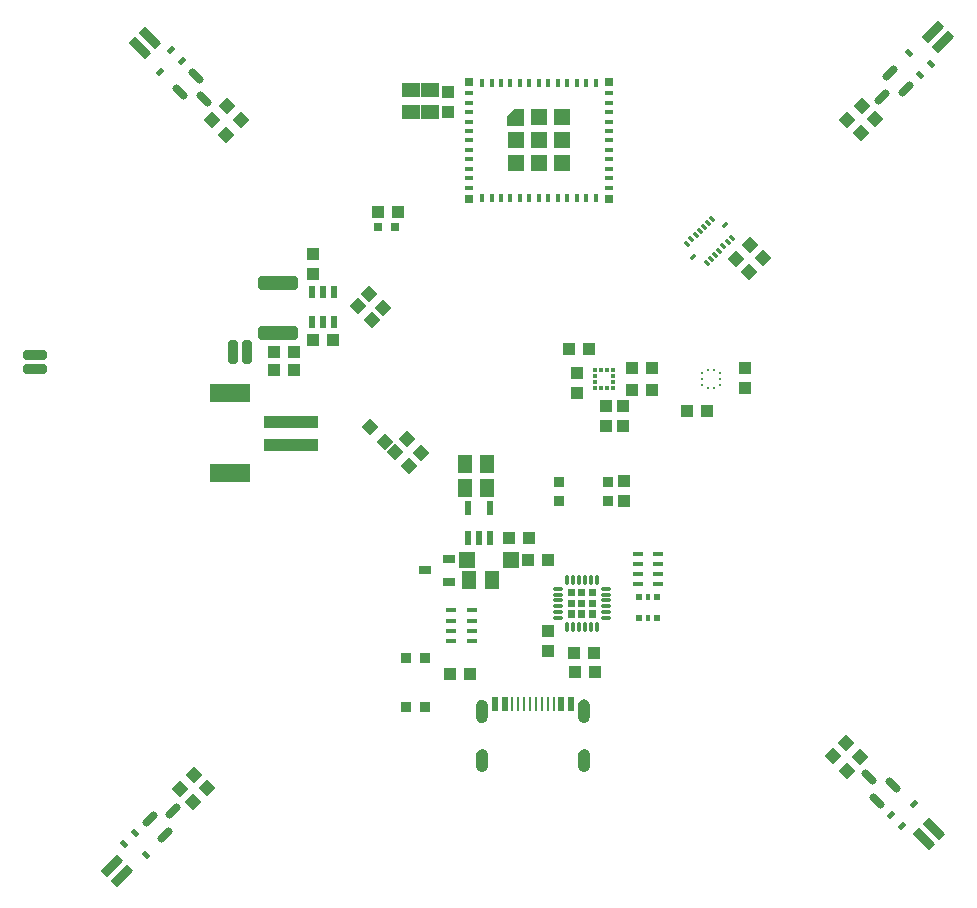
<source format=gbr>
%TF.GenerationSoftware,KiCad,Pcbnew,6.0.9-8da3e8f707~117~ubuntu20.04.1*%
%TF.CreationDate,2022-12-05T22:16:00+00:00*%
%TF.ProjectId,drone,64726f6e-652e-46b6-9963-61645f706362,rev?*%
%TF.SameCoordinates,Original*%
%TF.FileFunction,Paste,Top*%
%TF.FilePolarity,Positive*%
%FSLAX46Y46*%
G04 Gerber Fmt 4.6, Leading zero omitted, Abs format (unit mm)*
G04 Created by KiCad (PCBNEW 6.0.9-8da3e8f707~117~ubuntu20.04.1) date 2022-12-05 22:16:00*
%MOMM*%
%LPD*%
G01*
G04 APERTURE LIST*
G04 Aperture macros list*
%AMRoundRect*
0 Rectangle with rounded corners*
0 $1 Rounding radius*
0 $2 $3 $4 $5 $6 $7 $8 $9 X,Y pos of 4 corners*
0 Add a 4 corners polygon primitive as box body*
4,1,4,$2,$3,$4,$5,$6,$7,$8,$9,$2,$3,0*
0 Add four circle primitives for the rounded corners*
1,1,$1+$1,$2,$3*
1,1,$1+$1,$4,$5*
1,1,$1+$1,$6,$7*
1,1,$1+$1,$8,$9*
0 Add four rect primitives between the rounded corners*
20,1,$1+$1,$2,$3,$4,$5,0*
20,1,$1+$1,$4,$5,$6,$7,0*
20,1,$1+$1,$6,$7,$8,$9,0*
20,1,$1+$1,$8,$9,$2,$3,0*%
%AMRotRect*
0 Rectangle, with rotation*
0 The origin of the aperture is its center*
0 $1 length*
0 $2 width*
0 $3 Rotation angle, in degrees counterclockwise*
0 Add horizontal line*
21,1,$1,$2,0,0,$3*%
G04 Aperture macros list end*
%ADD10R,4.600000X1.000000*%
%ADD11R,3.400000X1.600000*%
%ADD12RoundRect,0.250000X-1.450000X0.312500X-1.450000X-0.312500X1.450000X-0.312500X1.450000X0.312500X0*%
%ADD13R,1.500000X1.240000*%
%ADD14RotRect,1.075000X1.000000X315.000000*%
%ADD15R,0.550000X1.200000*%
%ADD16RotRect,1.075000X1.000000X135.000000*%
%ADD17RoundRect,0.200000X-0.800000X-0.200000X0.800000X-0.200000X0.800000X0.200000X-0.800000X0.200000X0*%
%ADD18R,1.075000X1.000000*%
%ADD19RotRect,0.450000X0.700000X45.000000*%
%ADD20R,1.240000X1.500000*%
%ADD21RotRect,0.450000X0.700000X135.000000*%
%ADD22R,0.900000X0.450000*%
%ADD23RotRect,1.075000X1.000000X45.000000*%
%ADD24RoundRect,0.200000X0.200000X-0.800000X0.200000X0.800000X-0.200000X0.800000X-0.200000X-0.800000X0*%
%ADD25RoundRect,0.200000X0.707107X-0.424264X-0.424264X0.707107X-0.707107X0.424264X0.424264X-0.707107X0*%
%ADD26R,1.000000X1.075000*%
%ADD27RoundRect,0.150000X-0.309359X-0.521491X0.521491X0.309359X0.309359X0.521491X-0.521491X-0.309359X0*%
%ADD28R,1.016000X0.635000*%
%ADD29R,0.900000X0.900000*%
%ADD30RotRect,0.450000X0.700000X225.000000*%
%ADD31RotRect,1.075000X1.000000X225.000000*%
%ADD32RoundRect,0.200000X-0.707107X0.424264X0.424264X-0.707107X0.707107X-0.424264X-0.424264X0.707107X0*%
%ADD33R,0.500000X0.500000*%
%ADD34R,0.400000X0.500000*%
%ADD35RoundRect,0.200000X0.424264X0.707107X-0.707107X-0.424264X-0.424264X-0.707107X0.707107X0.424264X0*%
%ADD36RoundRect,0.070000X0.330000X0.070000X-0.330000X0.070000X-0.330000X-0.070000X0.330000X-0.070000X0*%
%ADD37RoundRect,0.070000X0.070000X-0.330000X0.070000X0.330000X-0.070000X0.330000X-0.070000X-0.330000X0*%
%ADD38RoundRect,0.070000X-0.330000X-0.070000X0.330000X-0.070000X0.330000X0.070000X-0.330000X0.070000X0*%
%ADD39RoundRect,0.070000X-0.070000X0.330000X-0.070000X-0.330000X0.070000X-0.330000X0.070000X0.330000X0*%
%ADD40RotRect,0.450000X0.700000X315.000000*%
%ADD41R,0.550000X1.050000*%
%ADD42R,0.800000X0.400000*%
%ADD43R,0.400000X0.800000*%
%ADD44R,1.450000X1.450000*%
%ADD45R,0.700000X0.700000*%
%ADD46R,0.250000X0.275000*%
%ADD47R,0.275000X0.250000*%
%ADD48R,0.800000X0.800000*%
%ADD49R,0.575000X1.150000*%
%ADD50R,0.275000X1.150000*%
%ADD51RoundRect,0.150000X-0.521491X0.309359X0.309359X-0.521491X0.521491X-0.309359X-0.309359X0.521491X0*%
%ADD52RoundRect,0.200000X-0.424264X-0.707107X0.707107X0.424264X0.424264X0.707107X-0.707107X-0.424264X0*%
%ADD53RoundRect,0.150000X0.521491X-0.309359X-0.309359X0.521491X-0.521491X0.309359X0.309359X-0.521491X0*%
%ADD54R,0.300000X0.350000*%
%ADD55R,0.350000X0.300000*%
%ADD56RoundRect,0.150000X0.309359X0.521491X-0.521491X-0.309359X-0.309359X-0.521491X0.521491X0.309359X0*%
%ADD57R,1.400000X1.400000*%
%ADD58RotRect,0.590000X0.350000X225.000000*%
%ADD59RotRect,0.590000X0.350000X315.000000*%
%ADD60RotRect,0.590000X0.350000X45.000000*%
%ADD61RotRect,0.590000X0.350000X135.000000*%
G04 APERTURE END LIST*
%TO.C,IC3*%
G36*
X107600000Y-110600000D02*
G01*
X107000000Y-110600000D01*
X107000000Y-110000000D01*
X107600000Y-110000000D01*
X107600000Y-110600000D01*
G37*
G36*
X106700000Y-109700000D02*
G01*
X106100000Y-109700000D01*
X106100000Y-109100000D01*
X106700000Y-109100000D01*
X106700000Y-109700000D01*
G37*
G36*
X105800000Y-108800000D02*
G01*
X105200000Y-108800000D01*
X105200000Y-108200000D01*
X105800000Y-108200000D01*
X105800000Y-108800000D01*
G37*
G36*
X107600000Y-109700000D02*
G01*
X107000000Y-109700000D01*
X107000000Y-109100000D01*
X107600000Y-109100000D01*
X107600000Y-109700000D01*
G37*
G36*
X105800000Y-110600000D02*
G01*
X105200000Y-110600000D01*
X105200000Y-110000000D01*
X105800000Y-110000000D01*
X105800000Y-110600000D01*
G37*
G36*
X106700000Y-110600000D02*
G01*
X106100000Y-110600000D01*
X106100000Y-110000000D01*
X106700000Y-110000000D01*
X106700000Y-110600000D01*
G37*
G36*
X106700000Y-108800000D02*
G01*
X106100000Y-108800000D01*
X106100000Y-108200000D01*
X106700000Y-108200000D01*
X106700000Y-108800000D01*
G37*
G36*
X107600000Y-108800000D02*
G01*
X107000000Y-108800000D01*
X107000000Y-108200000D01*
X107600000Y-108200000D01*
X107600000Y-108800000D01*
G37*
G36*
X105800000Y-109700000D02*
G01*
X105200000Y-109700000D01*
X105200000Y-109100000D01*
X105800000Y-109100000D01*
X105800000Y-109700000D01*
G37*
%TO.C,X3*%
G36*
X101530000Y-68980000D02*
G01*
X100070000Y-68980000D01*
X100070000Y-68122929D01*
X100672929Y-67520000D01*
X101530000Y-67520000D01*
X101530000Y-68980000D01*
G37*
%TO.C,X6*%
G36*
X106729832Y-117548520D02*
G01*
X106864365Y-117617068D01*
X106971132Y-117723835D01*
X107063300Y-118007500D01*
X107063300Y-119023500D01*
X107039680Y-119172632D01*
X106971132Y-119307165D01*
X106864365Y-119413932D01*
X106580700Y-119506100D01*
X106449220Y-119488790D01*
X106326700Y-119438041D01*
X106221490Y-119357310D01*
X106140759Y-119252100D01*
X106072700Y-118998100D01*
X106072700Y-118032900D01*
X106090010Y-117901420D01*
X106140759Y-117778900D01*
X106221490Y-117673690D01*
X106326700Y-117592959D01*
X106580700Y-117524900D01*
X106729832Y-117548520D01*
G37*
G36*
X98093832Y-121739520D02*
G01*
X98228365Y-121808068D01*
X98335132Y-121914835D01*
X98427300Y-122198500D01*
X98427300Y-123214500D01*
X98403680Y-123363632D01*
X98335132Y-123498165D01*
X98228365Y-123604932D01*
X97944700Y-123697100D01*
X97813220Y-123679790D01*
X97690700Y-123629041D01*
X97585490Y-123548310D01*
X97504759Y-123443100D01*
X97436700Y-123189100D01*
X97436700Y-122223900D01*
X97454010Y-122092420D01*
X97504759Y-121969900D01*
X97585490Y-121864690D01*
X97690700Y-121783959D01*
X97944700Y-121715900D01*
X98093832Y-121739520D01*
G37*
G36*
X98081132Y-117561220D02*
G01*
X98215665Y-117629768D01*
X98322432Y-117736535D01*
X98414600Y-118020200D01*
X98414600Y-119036200D01*
X98390980Y-119185332D01*
X98322432Y-119319865D01*
X98215665Y-119426632D01*
X97932000Y-119518800D01*
X97800520Y-119501490D01*
X97678000Y-119450741D01*
X97572790Y-119370010D01*
X97492059Y-119264800D01*
X97424000Y-119010800D01*
X97424000Y-118045600D01*
X97441310Y-117914120D01*
X97492059Y-117791600D01*
X97572790Y-117686390D01*
X97678000Y-117605659D01*
X97932000Y-117537600D01*
X98081132Y-117561220D01*
G37*
G36*
X106729832Y-121739520D02*
G01*
X106864365Y-121808068D01*
X106971132Y-121914835D01*
X107063300Y-122198500D01*
X107063300Y-123214500D01*
X107039680Y-123363632D01*
X106971132Y-123498165D01*
X106864365Y-123604932D01*
X106580700Y-123697100D01*
X106449220Y-123679790D01*
X106326700Y-123629041D01*
X106221490Y-123548310D01*
X106140759Y-123443100D01*
X106072700Y-123189100D01*
X106072700Y-122223900D01*
X106090010Y-122092420D01*
X106140759Y-121969900D01*
X106221490Y-121864690D01*
X106326700Y-121783959D01*
X106580700Y-121715900D01*
X106729832Y-121739520D01*
G37*
%TD*%
D10*
%TO.C,X1*%
X81800000Y-96000000D03*
X81800000Y-94000000D03*
D11*
X76600000Y-98400000D03*
X76600000Y-91600000D03*
%TD*%
D12*
%TO.C,L1*%
X80700000Y-82262500D03*
X80700000Y-86537500D03*
%TD*%
D13*
%TO.C,C1*%
X93500000Y-67800001D03*
X93500000Y-65900001D03*
%TD*%
D14*
%TO.C,R8*%
X88388908Y-83209010D03*
X89590990Y-84411092D03*
%TD*%
D15*
%TO.C,U2*%
X96750000Y-103900100D03*
X97700000Y-103900100D03*
X98650000Y-103900100D03*
X98650000Y-101299900D03*
X96750000Y-101299900D03*
%TD*%
D16*
%TO.C,R11*%
X88601041Y-85401041D03*
X87398959Y-84198959D03*
%TD*%
D17*
%TO.C,J2*%
X60100000Y-89575000D03*
X60100000Y-88375000D03*
%TD*%
D18*
%TO.C,R12*%
X103550000Y-105700000D03*
X101850000Y-105700000D03*
%TD*%
D19*
%TO.C,D5*%
X135031307Y-64645057D03*
X135950546Y-63725818D03*
X134076713Y-62771224D03*
%TD*%
D20*
%TO.C,C6*%
X96850000Y-107400000D03*
X98750000Y-107400000D03*
%TD*%
D18*
%TO.C,C18*%
X85300000Y-87100000D03*
X83600000Y-87100000D03*
%TD*%
D13*
%TO.C,C13*%
X91900000Y-67800001D03*
X91900000Y-65900001D03*
%TD*%
D18*
%TO.C,R5*%
X107450000Y-113600000D03*
X105750000Y-113600000D03*
%TD*%
%TO.C,R2*%
X112300000Y-89500000D03*
X110600000Y-89500000D03*
%TD*%
%TO.C,C11*%
X105800000Y-115200000D03*
X107500000Y-115200000D03*
%TD*%
D21*
%TO.C,D2*%
X72532220Y-63485694D03*
X71612981Y-62566455D03*
X70658387Y-64440288D03*
%TD*%
D20*
%TO.C,C2*%
X96500000Y-99600000D03*
X98400000Y-99600000D03*
%TD*%
D22*
%TO.C,R9*%
X95350000Y-110000000D03*
X95350000Y-110900000D03*
X95350000Y-111700000D03*
X95350000Y-112600000D03*
X97050000Y-112600000D03*
X97050000Y-111700000D03*
X97050000Y-110900000D03*
X97050000Y-110000000D03*
%TD*%
D23*
%TO.C,C7*%
X119427386Y-80220280D03*
X120629468Y-79018198D03*
%TD*%
D24*
%TO.C,J1*%
X78075000Y-88100000D03*
X76875000Y-88100000D03*
%TD*%
D25*
%TO.C,J3*%
X136190649Y-128494633D03*
X135342120Y-129343161D03*
%TD*%
D26*
%TO.C,C4*%
X109950000Y-100700000D03*
X109950000Y-99000000D03*
%TD*%
D14*
%TO.C,C5*%
X91609188Y-95487868D03*
X92811270Y-96689950D03*
%TD*%
D27*
%TO.C,Q6*%
X71795494Y-127002765D03*
X71141420Y-129000342D03*
X69797917Y-127656839D03*
%TD*%
D28*
%TO.C,Q3*%
X95150000Y-107550000D03*
X95150000Y-105650000D03*
X93150000Y-106600000D03*
%TD*%
D18*
%TO.C,R4*%
X105300000Y-87900000D03*
X107000000Y-87900000D03*
%TD*%
D26*
%TO.C,C15*%
X109850000Y-92650000D03*
X109850000Y-94350000D03*
%TD*%
D18*
%TO.C,R6*%
X95250000Y-115400000D03*
X96950000Y-115400000D03*
%TD*%
%TO.C,R10*%
X90800000Y-76300000D03*
X89100000Y-76300000D03*
%TD*%
D29*
%TO.C,SW1*%
X91500000Y-114050000D03*
X91500000Y-118150000D03*
X93100000Y-114050000D03*
X93100000Y-118150000D03*
%TD*%
D16*
%TO.C,R17*%
X76302082Y-69702082D03*
X75100000Y-68500000D03*
%TD*%
D18*
%TO.C,R7*%
X100250000Y-103900000D03*
X101950000Y-103900000D03*
%TD*%
D30*
%TO.C,D6*%
X68552513Y-128833274D03*
X67633274Y-129752513D03*
X69507107Y-130707107D03*
%TD*%
D31*
%TO.C,R21*%
X73578723Y-123889278D03*
X72376641Y-125091360D03*
%TD*%
D32*
%TO.C,J4*%
X68944949Y-62351393D03*
X69793478Y-61502865D03*
%TD*%
D33*
%TO.C,Q5*%
X112750000Y-108850000D03*
D34*
X112000000Y-108850000D03*
D33*
X111250000Y-108850000D03*
X111250000Y-110650000D03*
D34*
X112000000Y-110650000D03*
D33*
X112750000Y-110650000D03*
%TD*%
D35*
%TO.C,J5*%
X136135876Y-61028054D03*
X136984404Y-61876583D03*
%TD*%
D16*
%TO.C,R1*%
X89700000Y-95700000D03*
X88497918Y-94497918D03*
%TD*%
D36*
%TO.C,IC3*%
X104400000Y-108150000D03*
X104400000Y-108650000D03*
X104400000Y-109150000D03*
X104400000Y-109650000D03*
X104400000Y-110150000D03*
X104400000Y-110650000D03*
D37*
X105150000Y-111400000D03*
X105650000Y-111400000D03*
X106150000Y-111400000D03*
X106650000Y-111400000D03*
X107150000Y-111400000D03*
X107650000Y-111400000D03*
D38*
X108400000Y-110650000D03*
X108400000Y-110150000D03*
X108400000Y-109650000D03*
X108400000Y-109150000D03*
X108400000Y-108650000D03*
X108400000Y-108150000D03*
D39*
X107650000Y-107400000D03*
X107150000Y-107400000D03*
X106650000Y-107400000D03*
X106150000Y-107400000D03*
X105650000Y-107400000D03*
X105150000Y-107400000D03*
%TD*%
D40*
%TO.C,D1*%
X132602082Y-127345584D03*
X133521321Y-128264823D03*
X134475915Y-126390990D03*
%TD*%
D18*
%TO.C,C20*%
X80300000Y-89600000D03*
X82000000Y-89600000D03*
%TD*%
D41*
%TO.C,IC4*%
X83550000Y-85600000D03*
X84500000Y-85600000D03*
X85450000Y-85600000D03*
X85450000Y-83000000D03*
X84500000Y-83000000D03*
X83550000Y-83000000D03*
%TD*%
D42*
%TO.C,X3*%
X96850000Y-66200000D03*
X96850000Y-67000000D03*
X96850000Y-67800000D03*
X96850000Y-68600000D03*
X96850000Y-69400000D03*
X96850000Y-70200000D03*
X96850000Y-71000000D03*
X96850000Y-71800000D03*
X96850000Y-72600000D03*
X96850000Y-73400000D03*
X96850000Y-74200000D03*
D43*
X97950000Y-75100000D03*
X98750000Y-75100000D03*
X99550000Y-75100000D03*
X100350000Y-75100000D03*
X101150000Y-75100000D03*
X101950000Y-75100000D03*
X102750000Y-75100000D03*
X103550000Y-75100000D03*
X104350000Y-75100000D03*
X105150000Y-75100000D03*
X105950000Y-75100000D03*
X106750000Y-75100000D03*
X107550000Y-75100000D03*
D42*
X108650000Y-74200000D03*
X108650000Y-73400000D03*
X108650000Y-72600000D03*
X108650000Y-71800000D03*
X108650000Y-71000000D03*
X108650000Y-70200000D03*
X108650000Y-69400000D03*
X108650000Y-68600000D03*
X108650000Y-67800000D03*
X108650000Y-67000000D03*
X108650000Y-66200000D03*
D43*
X107550000Y-65300000D03*
X106750000Y-65300000D03*
X105950000Y-65300000D03*
X105150000Y-65300000D03*
X104350000Y-65300000D03*
X103550000Y-65300000D03*
X102750000Y-65300000D03*
X101950000Y-65300000D03*
X101150000Y-65300000D03*
X100350000Y-65300000D03*
X99550000Y-65300000D03*
X98750000Y-65300000D03*
X97950000Y-65300000D03*
D44*
X102750000Y-70200000D03*
D45*
X108700000Y-65250000D03*
X108700000Y-75150000D03*
X96800000Y-75150000D03*
X96800000Y-65250000D03*
D44*
X100800000Y-70200000D03*
X100800000Y-72150000D03*
X102750000Y-72150000D03*
X104700000Y-72150000D03*
X104700000Y-70200000D03*
X104700000Y-68250000D03*
X102750000Y-68250000D03*
%TD*%
D46*
%TO.C,IC2*%
X117594000Y-89637000D03*
X117094000Y-89637000D03*
D47*
X116582000Y-89900000D03*
X116582000Y-90400000D03*
X116582000Y-90900000D03*
D46*
X117094000Y-91163000D03*
X117594000Y-91163000D03*
D47*
X118106000Y-90900000D03*
X118106000Y-90400000D03*
X118106000Y-89900000D03*
%TD*%
D20*
%TO.C,C8*%
X96500000Y-97600000D03*
X98400000Y-97600000D03*
%TD*%
D23*
%TO.C,R19*%
X73492498Y-126207217D03*
X74694580Y-125005135D03*
%TD*%
D29*
%TO.C,SW2*%
X108600000Y-99100000D03*
X104500000Y-99100000D03*
X108600000Y-100700000D03*
X104500000Y-100700000D03*
%TD*%
D16*
%TO.C,R3*%
X91785965Y-97785965D03*
X90583883Y-96583883D03*
%TD*%
D48*
%TO.C,D3*%
X89100000Y-77500000D03*
X90600000Y-77500000D03*
%TD*%
D26*
%TO.C,C12*%
X103500000Y-111700000D03*
X103500000Y-113400000D03*
%TD*%
D49*
%TO.C,X6*%
X99050000Y-117955000D03*
X99850000Y-117955000D03*
D50*
X101000000Y-117955000D03*
X102000000Y-117955000D03*
X102500000Y-117955000D03*
X103500000Y-117955000D03*
D49*
X105450000Y-117955000D03*
X104650000Y-117955000D03*
D50*
X104000000Y-117955000D03*
X103000000Y-117955000D03*
X101500000Y-117955000D03*
X100500000Y-117955000D03*
%TD*%
D18*
%TO.C,C17*%
X110600000Y-91300000D03*
X112300000Y-91300000D03*
%TD*%
D26*
%TO.C,C9*%
X95100000Y-66100000D03*
X95100000Y-67800000D03*
%TD*%
D18*
%TO.C,C21*%
X80300000Y-88100000D03*
X82000000Y-88100000D03*
%TD*%
D23*
%TO.C,R20*%
X130000000Y-69600000D03*
X131202082Y-68397918D03*
%TD*%
D26*
%TO.C,C3*%
X106000000Y-91600000D03*
X106000000Y-89900000D03*
%TD*%
%TO.C,C16*%
X108400000Y-92650000D03*
X108400000Y-94350000D03*
%TD*%
D18*
%TO.C,C22*%
X115294000Y-93150000D03*
X116994000Y-93150000D03*
%TD*%
D51*
%TO.C,Q2*%
X73724743Y-64731055D03*
X72381240Y-66074558D03*
X74378817Y-66728632D03*
%TD*%
D52*
%TO.C,J6*%
X67432640Y-132451017D03*
X66584112Y-131602488D03*
%TD*%
D53*
%TO.C,Q1*%
X131391161Y-126134664D03*
X132734664Y-124791161D03*
X130737087Y-124137087D03*
%TD*%
D54*
%TO.C,IC1*%
X109000000Y-89650000D03*
X108500000Y-89650000D03*
X108000000Y-89650000D03*
X107500000Y-89650000D03*
D55*
X107500000Y-90150000D03*
X107500000Y-90650000D03*
D54*
X107500000Y-91150000D03*
X108000000Y-91150000D03*
X108500000Y-91150000D03*
X109000000Y-91150000D03*
D55*
X109000000Y-90650000D03*
X109000000Y-90150000D03*
%TD*%
D56*
%TO.C,Q4*%
X133798263Y-65849898D03*
X132454760Y-64506395D03*
X131800686Y-66503972D03*
%TD*%
D26*
%TO.C,C19*%
X83599999Y-81550000D03*
X83599999Y-79850000D03*
%TD*%
D57*
%TO.C,D4*%
X100400000Y-105700000D03*
X96700000Y-105700000D03*
%TD*%
D31*
%TO.C,R18*%
X130070711Y-67266547D03*
X128868629Y-68468629D03*
%TD*%
D14*
%TO.C,R16*%
X127616979Y-122360481D03*
X128819061Y-123562563D03*
%TD*%
D16*
%TO.C,R14*%
X129950432Y-122431192D03*
X128748350Y-121229110D03*
%TD*%
D23*
%TO.C,C14*%
X120558757Y-81351651D03*
X121760839Y-80149569D03*
%TD*%
D22*
%TO.C,R13*%
X112850000Y-107800000D03*
X112850000Y-106900000D03*
X112850000Y-106100000D03*
X112850000Y-105200000D03*
X111150000Y-105200000D03*
X111150000Y-106100000D03*
X111150000Y-106900000D03*
X111150000Y-107800000D03*
%TD*%
D26*
%TO.C,C23*%
X120194000Y-91200000D03*
X120194000Y-89500000D03*
%TD*%
D58*
%TO.C,U1*%
X118554109Y-77345891D03*
D59*
X117436881Y-76815560D03*
X117083327Y-77169114D03*
X116729774Y-77522667D03*
X116376221Y-77876221D03*
X116022667Y-78229774D03*
X115669114Y-78583327D03*
X115315560Y-78936881D03*
D60*
X115845891Y-80054109D03*
D61*
X116963119Y-80584440D03*
X117316673Y-80230886D03*
X117670226Y-79877333D03*
X118023779Y-79523779D03*
X118377333Y-79170226D03*
X118730886Y-78816673D03*
X119084440Y-78463119D03*
%TD*%
D14*
%TO.C,R15*%
X76316827Y-67283173D03*
X77518909Y-68485255D03*
%TD*%
M02*

</source>
